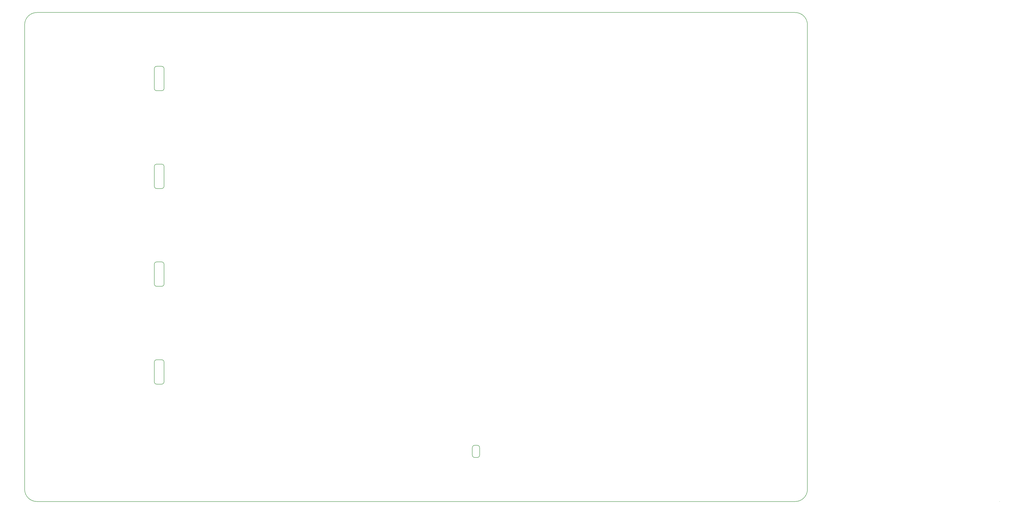
<source format=gko>
G04*
G04 #@! TF.GenerationSoftware,Altium Limited,Altium Designer,19.1.9 (167)*
G04*
G04 Layer_Color=13395711*
%FSLAX44Y44*%
%MOMM*%
G71*
G01*
G75*
%ADD10C,0.2000*%
D10*
X1860000Y220000D02*
G03*
X1850000Y230000I-10000J0D01*
G01*
X1840000D02*
G03*
X1830000Y220000I0J-10000D01*
G01*
Y190000D02*
G03*
X1840000Y180000I10000J0D01*
G01*
X1850000D02*
G03*
X1860000Y190000I-0J10000D01*
G01*
X540000Y1780000D02*
G03*
X530000Y1770000I0J-10000D01*
G01*
X570000D02*
G03*
X560000Y1780000I-10000J0D01*
G01*
X530000Y1690000D02*
G03*
X540000Y1680000I10000J-0D01*
G01*
X560000Y1680000D02*
G03*
X570000Y1690000I0J10000D01*
G01*
X540000Y580000D02*
G03*
X530000Y570000I0J-10000D01*
G01*
X570000D02*
G03*
X560000Y580000I-10000J0D01*
G01*
X530000Y490000D02*
G03*
X540000Y480000I10000J-0D01*
G01*
X560000Y480000D02*
G03*
X570000Y490000I0J10000D01*
G01*
X540000Y980000D02*
G03*
X530000Y970000I0J-10000D01*
G01*
X570000D02*
G03*
X560000Y980000I-10000J0D01*
G01*
X530000Y890000D02*
G03*
X540000Y880000I10000J-0D01*
G01*
X560000Y880000D02*
G03*
X570000Y890000I0J10000D01*
G01*
X560000Y1280000D02*
G03*
X570000Y1290000I0J10000D01*
G01*
X530000D02*
G03*
X540000Y1280000I10000J-0D01*
G01*
X570000Y1370000D02*
G03*
X560000Y1380000I-10000J0D01*
G01*
X540000D02*
G03*
X530000Y1370000I0J-10000D01*
G01*
X50000Y2000000D02*
G03*
X-0Y1950000I0J-50000D01*
G01*
Y50000D02*
G03*
X50000Y0I50000J0D01*
G01*
X3150000Y-0D02*
G03*
X3200000Y50000I-0J50000D01*
G01*
X3200000Y1950000D02*
G03*
X3150000Y2000000I-50000J-0D01*
G01*
X1840000Y180000D02*
X1850000D01*
X1840000Y230000D02*
X1850000D01*
X1830000Y190000D02*
Y220000D01*
X1860000Y190000D02*
Y220000D01*
X530000Y1690000D02*
Y1770000D01*
X570000Y1690000D02*
Y1770000D01*
X540000Y1780000D02*
X560000D01*
X540000Y1680000D02*
X560000D01*
X530000Y490000D02*
Y570000D01*
X570000Y490000D02*
Y570000D01*
X540000Y580000D02*
X560000D01*
X540000Y480000D02*
X560000D01*
X530000Y890000D02*
Y970000D01*
X570000Y890000D02*
Y970000D01*
X540000Y980000D02*
X560000D01*
X540000Y880000D02*
X560000D01*
X540000Y1280000D02*
X560000D01*
X540000Y1380000D02*
X560000D01*
X570000Y1290000D02*
Y1370000D01*
X530000Y1290000D02*
Y1370000D01*
X3200000Y50000D02*
Y1950000D01*
X0Y50000D02*
Y1950000D01*
X50000Y2000000D02*
X3150000Y2000000D01*
X50000Y-0D02*
X3150000Y0D01*
X3985000Y1000D02*
X3985000Y1000D01*
M02*

</source>
